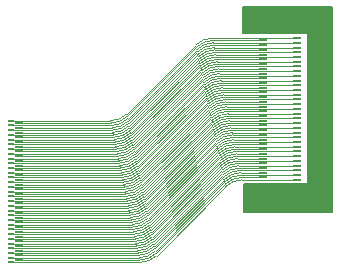
<source format=gtl>
%TF.GenerationSoftware,KiCad,Pcbnew,9.0.3*%
%TF.CreationDate,2025-08-09T11:02:50+03:00*%
%TF.ProjectId,EVF_extender,4556465f-6578-4746-956e-6465722e6b69,rev?*%
%TF.SameCoordinates,Original*%
%TF.FileFunction,Copper,L1,Top*%
%TF.FilePolarity,Positive*%
%FSLAX46Y46*%
G04 Gerber Fmt 4.6, Leading zero omitted, Abs format (unit mm)*
G04 Created by KiCad (PCBNEW 9.0.3) date 2025-08-09 11:02:50*
%MOMM*%
%LPD*%
G01*
G04 APERTURE LIST*
G04 Aperture macros list*
%AMFreePoly0*
4,1,9,0.275000,0.040000,0.275000,-0.040000,0.230000,-0.090000,0.200000,-0.090000,-0.200000,-0.090000,-0.275000,-0.090000,-0.275000,0.090000,0.230000,0.090000,0.275000,0.040000,0.275000,0.040000,$1*%
%AMFreePoly1*
4,1,7,0.350000,-0.090000,-0.300000,-0.090000,-0.350000,-0.040000,-0.350000,0.040000,-0.300000,0.090000,0.350000,0.090000,0.350000,-0.090000,0.350000,-0.090000,$1*%
G04 Aperture macros list end*
%TA.AperFunction,NonConductor*%
%ADD10C,0.200000*%
%TD*%
%TA.AperFunction,SMDPad,CuDef*%
%ADD11FreePoly0,0.000000*%
%TD*%
%TA.AperFunction,SMDPad,CuDef*%
%ADD12FreePoly1,0.000000*%
%TD*%
%TA.AperFunction,SMDPad,CuDef*%
%ADD13R,0.800000X0.180000*%
%TD*%
%TA.AperFunction,SMDPad,CuDef*%
%ADD14R,0.650000X0.180000*%
%TD*%
%TA.AperFunction,SMDPad,CuDef*%
%ADD15R,0.950000X0.400000*%
%TD*%
%TA.AperFunction,Conductor*%
%ADD16C,0.076000*%
%TD*%
%TA.AperFunction,Conductor*%
%ADD17C,0.100000*%
%TD*%
G04 APERTURE END LIST*
D10*
X160020000Y-86710000D02*
X152530000Y-86700000D01*
X152510086Y-84380000D01*
X158000000Y-84380000D01*
X158000000Y-71600000D01*
X152470000Y-71610000D01*
X152470000Y-69380000D01*
X160000000Y-69380000D01*
X160020000Y-86710000D01*
%TA.AperFunction,NonConductor*%
G36*
X160020000Y-86710000D02*
G01*
X152530000Y-86700000D01*
X152510086Y-84380000D01*
X158000000Y-84380000D01*
X158000000Y-71600000D01*
X152470000Y-71610000D01*
X152470000Y-69380000D01*
X160000000Y-69380000D01*
X160020000Y-86710000D01*
G37*
%TD.AperFunction*%
X152510086Y-84380000D02*
X152510000Y-84380000D01*
X152510000Y-84370000D01*
X152510086Y-84380000D01*
%TA.AperFunction,NonConductor*%
G36*
X152510086Y-84380000D02*
G01*
X152510000Y-84380000D01*
X152510000Y-84370000D01*
X152510086Y-84380000D01*
G37*
%TD.AperFunction*%
D11*
%TO.P,J4,1,Pin_1*%
%TO.N,Net-(J4-Pin_1)*%
X132850000Y-79000000D03*
D12*
%TO.P,J4,2,Pin_2*%
%TO.N,Net-(J4-Pin_2)*%
X133500000Y-79200000D03*
D11*
%TO.P,J4,3,Pin_3*%
%TO.N,Net-(J4-Pin_3)*%
X132850000Y-79400000D03*
D12*
%TO.P,J4,4,Pin_4*%
%TO.N,Net-(J4-Pin_4)*%
X133500000Y-79600000D03*
D11*
%TO.P,J4,5,Pin_5*%
%TO.N,Net-(J4-Pin_5)*%
X132850000Y-79800000D03*
D12*
%TO.P,J4,6,Pin_6*%
%TO.N,Net-(J4-Pin_6)*%
X133500000Y-80000000D03*
D11*
%TO.P,J4,7,Pin_7*%
%TO.N,Net-(J4-Pin_7)*%
X132850000Y-80200000D03*
D12*
%TO.P,J4,8,Pin_8*%
%TO.N,Net-(J4-Pin_8)*%
X133500000Y-80400000D03*
D11*
%TO.P,J4,9,Pin_9*%
%TO.N,Net-(J4-Pin_9)*%
X132850000Y-80600000D03*
D12*
%TO.P,J4,10,Pin_10*%
%TO.N,Net-(J4-Pin_10)*%
X133500000Y-80800000D03*
D11*
%TO.P,J4,11,Pin_11*%
%TO.N,Net-(J4-Pin_11)*%
X132850000Y-81000000D03*
D12*
%TO.P,J4,12,Pin_12*%
%TO.N,Net-(J4-Pin_12)*%
X133500000Y-81200000D03*
D11*
%TO.P,J4,13,Pin_13*%
%TO.N,Net-(J4-Pin_13)*%
X132850000Y-81400000D03*
D12*
%TO.P,J4,14,Pin_14*%
%TO.N,Net-(J4-Pin_14)*%
X133500000Y-81600000D03*
D11*
%TO.P,J4,15,Pin_15*%
%TO.N,Net-(J4-Pin_15)*%
X132850000Y-81800000D03*
D12*
%TO.P,J4,16,Pin_16*%
%TO.N,Net-(J4-Pin_16)*%
X133500000Y-82000000D03*
D11*
%TO.P,J4,17,Pin_17*%
%TO.N,Net-(J4-Pin_17)*%
X132850000Y-82200000D03*
D12*
%TO.P,J4,18,Pin_18*%
%TO.N,Net-(J4-Pin_18)*%
X133500000Y-82400000D03*
D11*
%TO.P,J4,19,Pin_19*%
%TO.N,Net-(J4-Pin_19)*%
X132850000Y-82600000D03*
D12*
%TO.P,J4,20,Pin_20*%
%TO.N,Net-(J4-Pin_20)*%
X133500000Y-82800000D03*
D11*
%TO.P,J4,21,Pin_21*%
%TO.N,Net-(J4-Pin_21)*%
X132850000Y-83000000D03*
D12*
%TO.P,J4,22,Pin_22*%
%TO.N,Net-(J4-Pin_22)*%
X133500000Y-83200000D03*
D11*
%TO.P,J4,23,Pin_23*%
%TO.N,Net-(J4-Pin_23)*%
X132850000Y-83400000D03*
D12*
%TO.P,J4,24,Pin_24*%
%TO.N,Net-(J4-Pin_24)*%
X133500000Y-83600000D03*
D11*
%TO.P,J4,25,Pin_25*%
%TO.N,Net-(J4-Pin_25)*%
X132850000Y-83800000D03*
D12*
%TO.P,J4,26,Pin_26*%
%TO.N,Net-(J4-Pin_26)*%
X133500000Y-84000000D03*
D11*
%TO.P,J4,27,Pin_27*%
%TO.N,Net-(J4-Pin_27)*%
X132850000Y-84200000D03*
D12*
%TO.P,J4,28,Pin_28*%
%TO.N,Net-(J4-Pin_28)*%
X133500000Y-84400000D03*
D11*
%TO.P,J4,29,Pin_29*%
%TO.N,Net-(J4-Pin_29)*%
X132850000Y-84600000D03*
D12*
%TO.P,J4,30,Pin_30*%
%TO.N,Net-(J4-Pin_30)*%
X133500000Y-84800000D03*
D11*
%TO.P,J4,31,Pin_31*%
%TO.N,Net-(J4-Pin_31)*%
X132850000Y-85000000D03*
D12*
%TO.P,J4,32,Pin_32*%
%TO.N,Net-(J4-Pin_32)*%
X133500000Y-85200000D03*
D11*
%TO.P,J4,33,Pin_33*%
%TO.N,Net-(J4-Pin_33)*%
X132850000Y-85400000D03*
D12*
%TO.P,J4,34,Pin_34*%
%TO.N,Net-(J4-Pin_34)*%
X133500000Y-85600000D03*
D11*
%TO.P,J4,35,Pin_35*%
%TO.N,Net-(J4-Pin_35)*%
X132850000Y-85800000D03*
D12*
%TO.P,J4,36,Pin_36*%
%TO.N,Net-(J4-Pin_36)*%
X133500000Y-86000000D03*
D11*
%TO.P,J4,37,Pin_37*%
%TO.N,Net-(J4-Pin_37)*%
X132850000Y-86200000D03*
D12*
%TO.P,J4,38,Pin_38*%
%TO.N,Net-(J4-Pin_38)*%
X133500000Y-86400000D03*
D11*
%TO.P,J4,39,Pin_39*%
%TO.N,Net-(J4-Pin_39)*%
X132850000Y-86600000D03*
D12*
%TO.P,J4,40,Pin_40*%
%TO.N,Net-(J4-Pin_40)*%
X133500000Y-86800000D03*
D11*
%TO.P,J4,41,Pin_41*%
%TO.N,Net-(J4-Pin_41)*%
X132850000Y-87000000D03*
D12*
%TO.P,J4,42,Pin_42*%
%TO.N,Net-(J4-Pin_42)*%
X133500000Y-87200000D03*
D11*
%TO.P,J4,43,Pin_43*%
%TO.N,Net-(J4-Pin_43)*%
X132850000Y-87400000D03*
D12*
%TO.P,J4,44,Pin_44*%
%TO.N,Net-(J4-Pin_44)*%
X133500000Y-87600000D03*
D11*
%TO.P,J4,45,Pin_45*%
%TO.N,Net-(J4-Pin_45)*%
X132850000Y-87800000D03*
D12*
%TO.P,J4,46,Pin_46*%
%TO.N,Net-(J4-Pin_46)*%
X133500000Y-88000000D03*
D11*
%TO.P,J4,47,Pin_47*%
%TO.N,Net-(J4-Pin_47)*%
X132850000Y-88200000D03*
D12*
%TO.P,J4,48,Pin_48*%
%TO.N,Net-(J4-Pin_48)*%
X133500000Y-88400000D03*
D11*
%TO.P,J4,49,Pin_49*%
%TO.N,Net-(J4-Pin_49)*%
X132850000Y-88600000D03*
D12*
%TO.P,J4,50,Pin_50*%
%TO.N,Net-(J4-Pin_50)*%
X133500000Y-88800000D03*
D11*
%TO.P,J4,51,Pin_51*%
%TO.N,Net-(J4-Pin_51)*%
X132850000Y-89000000D03*
D12*
%TO.P,J4,52,Pin_52*%
%TO.N,Net-(J4-Pin_52)*%
X133500000Y-89200000D03*
D11*
%TO.P,J4,53,Pin_53*%
%TO.N,Net-(J4-Pin_53)*%
X132850000Y-89400000D03*
D12*
%TO.P,J4,54,Pin_54*%
%TO.N,Net-(J4-Pin_54)*%
X133500000Y-89600000D03*
D11*
%TO.P,J4,55,Pin_55*%
%TO.N,Net-(J4-Pin_55)*%
X132850000Y-89800000D03*
D12*
%TO.P,J4,56,Pin_56*%
%TO.N,Net-(J4-Pin_56)*%
X133500000Y-90000000D03*
D11*
%TO.P,J4,57,Pin_57*%
%TO.N,Net-(J4-Pin_57)*%
X132850000Y-90200000D03*
D12*
%TO.P,J4,58,Pin_58*%
%TO.N,Net-(J4-Pin_58)*%
X133500000Y-90400000D03*
D11*
%TO.P,J4,59,Pin_59*%
%TO.N,Net-(J4-Pin_59)*%
X132850000Y-90600000D03*
D12*
%TO.P,J4,60,Pin_60*%
%TO.N,Net-(J4-Pin_60)*%
X133500000Y-90800000D03*
D11*
%TO.P,J4,61,Pin_61*%
%TO.N,Net-(J4-Pin_61)*%
X132850000Y-91000000D03*
%TD*%
D13*
%TO.P,J3,1,1*%
%TO.N,Net-(J4-Pin_61)*%
X157010000Y-84000000D03*
D14*
%TO.P,J3,2,2*%
%TO.N,Net-(J4-Pin_60)*%
X154135000Y-83800000D03*
D13*
%TO.P,J3,3,3*%
%TO.N,Net-(J4-Pin_59)*%
X157010000Y-83600000D03*
D14*
%TO.P,J3,4,4*%
%TO.N,Net-(J4-Pin_58)*%
X154135000Y-83400000D03*
D13*
%TO.P,J3,5,5*%
%TO.N,Net-(J4-Pin_57)*%
X157010000Y-83200000D03*
D14*
%TO.P,J3,6,6*%
%TO.N,Net-(J4-Pin_56)*%
X154135000Y-83000000D03*
D13*
%TO.P,J3,7,7*%
%TO.N,Net-(J4-Pin_55)*%
X157010000Y-82800000D03*
D14*
%TO.P,J3,8,8*%
%TO.N,Net-(J4-Pin_54)*%
X154135000Y-82600000D03*
D13*
%TO.P,J3,9,9*%
%TO.N,Net-(J4-Pin_53)*%
X157010000Y-82400000D03*
D14*
%TO.P,J3,10,10*%
%TO.N,Net-(J4-Pin_52)*%
X154135000Y-82200000D03*
D13*
%TO.P,J3,11,11*%
%TO.N,Net-(J4-Pin_51)*%
X157010000Y-82000000D03*
D14*
%TO.P,J3,12,12*%
%TO.N,Net-(J4-Pin_50)*%
X154135000Y-81800000D03*
D13*
%TO.P,J3,13,13*%
%TO.N,Net-(J4-Pin_49)*%
X157010000Y-81600000D03*
D14*
%TO.P,J3,14,14*%
%TO.N,Net-(J4-Pin_48)*%
X154135000Y-81400000D03*
D13*
%TO.P,J3,15,15*%
%TO.N,Net-(J4-Pin_47)*%
X157010000Y-81200000D03*
D14*
%TO.P,J3,16,16*%
%TO.N,Net-(J4-Pin_46)*%
X154135000Y-81000000D03*
D13*
%TO.P,J3,17,17*%
%TO.N,Net-(J4-Pin_45)*%
X157010000Y-80800000D03*
D14*
%TO.P,J3,18,18*%
%TO.N,Net-(J4-Pin_44)*%
X154135000Y-80600000D03*
D13*
%TO.P,J3,19,19*%
%TO.N,Net-(J4-Pin_43)*%
X157010000Y-80400000D03*
D14*
%TO.P,J3,20,20*%
%TO.N,Net-(J4-Pin_42)*%
X154135000Y-80200000D03*
D13*
%TO.P,J3,21,21*%
%TO.N,Net-(J4-Pin_41)*%
X157010000Y-80000000D03*
D14*
%TO.P,J3,22,22*%
%TO.N,Net-(J4-Pin_40)*%
X154135000Y-79800000D03*
D13*
%TO.P,J3,23,23*%
%TO.N,Net-(J4-Pin_39)*%
X157010000Y-79600000D03*
D14*
%TO.P,J3,24,24*%
%TO.N,Net-(J4-Pin_38)*%
X154135000Y-79400000D03*
D13*
%TO.P,J3,25,25*%
%TO.N,Net-(J4-Pin_37)*%
X157010000Y-79200000D03*
D14*
%TO.P,J3,26,26*%
%TO.N,Net-(J4-Pin_36)*%
X154135000Y-79000000D03*
D13*
%TO.P,J3,27,27*%
%TO.N,Net-(J4-Pin_35)*%
X157010000Y-78800000D03*
D14*
%TO.P,J3,28,28*%
%TO.N,Net-(J4-Pin_34)*%
X154135000Y-78600000D03*
D13*
%TO.P,J3,29,29*%
%TO.N,Net-(J4-Pin_33)*%
X157010000Y-78400000D03*
D14*
%TO.P,J3,30,30*%
%TO.N,Net-(J4-Pin_32)*%
X154135000Y-78200000D03*
D13*
%TO.P,J3,31,31*%
%TO.N,Net-(J4-Pin_31)*%
X157010000Y-78000000D03*
D14*
%TO.P,J3,32,32*%
%TO.N,Net-(J4-Pin_30)*%
X154135000Y-77800000D03*
D13*
%TO.P,J3,33,33*%
%TO.N,Net-(J4-Pin_29)*%
X157010000Y-77600000D03*
D14*
%TO.P,J3,34,34*%
%TO.N,Net-(J4-Pin_28)*%
X154135000Y-77400000D03*
D13*
%TO.P,J3,35,35*%
%TO.N,Net-(J4-Pin_27)*%
X157010000Y-77200000D03*
D14*
%TO.P,J3,36,36*%
%TO.N,Net-(J4-Pin_26)*%
X154135000Y-77000000D03*
D13*
%TO.P,J3,37,37*%
%TO.N,Net-(J4-Pin_25)*%
X157010000Y-76800000D03*
D14*
%TO.P,J3,38,38*%
%TO.N,Net-(J4-Pin_24)*%
X154135000Y-76600000D03*
D13*
%TO.P,J3,39,39*%
%TO.N,Net-(J4-Pin_23)*%
X157010000Y-76400000D03*
D14*
%TO.P,J3,40,40*%
%TO.N,Net-(J4-Pin_22)*%
X154135000Y-76200000D03*
D13*
%TO.P,J3,41,41*%
%TO.N,Net-(J4-Pin_21)*%
X157010000Y-76000000D03*
D14*
%TO.P,J3,42,42*%
%TO.N,Net-(J4-Pin_20)*%
X154135000Y-75800000D03*
D13*
%TO.P,J3,43,43*%
%TO.N,Net-(J4-Pin_19)*%
X157010000Y-75600000D03*
D14*
%TO.P,J3,44,44*%
%TO.N,Net-(J4-Pin_18)*%
X154135000Y-75400000D03*
D13*
%TO.P,J3,45,45*%
%TO.N,Net-(J4-Pin_17)*%
X157010000Y-75200000D03*
D14*
%TO.P,J3,46,46*%
%TO.N,Net-(J4-Pin_16)*%
X154135000Y-75000000D03*
D13*
%TO.P,J3,47,47*%
%TO.N,Net-(J4-Pin_15)*%
X157010000Y-74800000D03*
D14*
%TO.P,J3,48,48*%
%TO.N,Net-(J4-Pin_14)*%
X154135000Y-74600000D03*
D13*
%TO.P,J3,49,49*%
%TO.N,Net-(J4-Pin_13)*%
X157010000Y-74400000D03*
D14*
%TO.P,J3,50,50*%
%TO.N,Net-(J4-Pin_12)*%
X154135000Y-74200000D03*
D13*
%TO.P,J3,51,51*%
%TO.N,Net-(J4-Pin_11)*%
X157010000Y-74000000D03*
D14*
%TO.P,J3,52,52*%
%TO.N,Net-(J4-Pin_10)*%
X154135000Y-73800000D03*
D13*
%TO.P,J3,53,53*%
%TO.N,Net-(J4-Pin_9)*%
X157010000Y-73600000D03*
D14*
%TO.P,J3,54,54*%
%TO.N,Net-(J4-Pin_8)*%
X154135000Y-73400000D03*
D13*
%TO.P,J3,55,55*%
%TO.N,Net-(J4-Pin_7)*%
X157010000Y-73200000D03*
D14*
%TO.P,J3,56,56*%
%TO.N,Net-(J4-Pin_6)*%
X154135000Y-73000000D03*
D13*
%TO.P,J3,57,57*%
%TO.N,Net-(J4-Pin_5)*%
X157010000Y-72800000D03*
D14*
%TO.P,J3,58,58*%
%TO.N,Net-(J4-Pin_4)*%
X154135000Y-72600000D03*
D13*
%TO.P,J3,59,59*%
%TO.N,Net-(J4-Pin_3)*%
X157010000Y-72400000D03*
D14*
%TO.P,J3,60,60*%
%TO.N,Net-(J4-Pin_2)*%
X154135000Y-72200000D03*
D13*
%TO.P,J3,61,61*%
%TO.N,Net-(J4-Pin_1)*%
X157010000Y-72000000D03*
D15*
%TO.P,J3,SH*%
%TO.N,N/C*%
X156735000Y-84700000D03*
X156735000Y-71300000D03*
%TD*%
D16*
%TO.N,Net-(J4-Pin_19)*%
X132850000Y-82600000D02*
X134100000Y-82600000D01*
X157010000Y-75600000D02*
X153500000Y-75600000D01*
D17*
X134100000Y-82600000D02*
X141965693Y-82600000D01*
X150622547Y-75600000D02*
X153500000Y-75600000D01*
X143379907Y-82014213D02*
X149208334Y-76185786D01*
X150622547Y-75600000D02*
G75*
G03*
X149208310Y-76185762I-47J-2000000D01*
G01*
X143379907Y-82014213D02*
G75*
G02*
X141965693Y-82599995I-1414207J1414213D01*
G01*
%TO.N,Net-(J4-Pin_47)*%
X134100000Y-88200000D02*
X143136933Y-88200000D01*
X151793787Y-81200000D02*
X153495000Y-81200000D01*
D16*
X132850000Y-88200000D02*
X134100000Y-88200000D01*
X154675000Y-81200000D02*
X153495000Y-81200000D01*
D17*
X144551147Y-87614213D02*
X150379574Y-81785786D01*
X157010000Y-81200000D02*
X154675000Y-81200000D01*
X144551147Y-87614213D02*
G75*
G02*
X143136933Y-88200023I-1414247J1414213D01*
G01*
X151793787Y-81200000D02*
G75*
G03*
X150379580Y-81785792I13J-2000000D01*
G01*
%TO.N,Net-(J4-Pin_10)*%
X150246077Y-73800000D02*
X154135000Y-73800000D01*
X143003437Y-80214213D02*
X148831864Y-74385786D01*
X133500000Y-80800000D02*
X141589223Y-80800000D01*
X150246077Y-73800000D02*
G75*
G03*
X148831875Y-74385797I23J-2000000D01*
G01*
X143003437Y-80214213D02*
G75*
G02*
X141589223Y-80800016I-1414237J1414213D01*
G01*
%TO.N,Net-(J4-Pin_22)*%
X143505397Y-82614213D02*
X149333824Y-76785786D01*
X150748037Y-76200000D02*
X154135000Y-76200000D01*
X133500000Y-83200000D02*
X142091183Y-83200000D01*
X142091183Y-83200000D02*
G75*
G03*
X143505406Y-82614222I17J2000000D01*
G01*
X150748037Y-76200000D02*
G75*
G03*
X149333805Y-76785767I-37J-2000000D01*
G01*
%TO.N,Net-(J4-Pin_23)*%
X134100000Y-83400000D02*
X142133013Y-83400000D01*
X143547227Y-82814213D02*
X149375654Y-76985786D01*
D16*
X157010000Y-76400000D02*
X153500000Y-76400000D01*
D17*
X150789867Y-76400000D02*
X153500000Y-76400000D01*
D16*
X132850000Y-83400000D02*
X134100000Y-83400000D01*
D17*
X142133013Y-83400000D02*
G75*
G03*
X143547221Y-82814207I-13J2000000D01*
G01*
X150789867Y-76400000D02*
G75*
G03*
X149375670Y-76985802I33J-2000000D01*
G01*
%TO.N,Net-(J4-Pin_15)*%
X150455227Y-74800000D02*
X153500000Y-74800000D01*
X143212587Y-81214213D02*
X149041014Y-75385786D01*
X134100000Y-81800000D02*
X141798373Y-81800000D01*
D16*
X157010000Y-74800000D02*
X153500000Y-74800000D01*
X132850000Y-81800000D02*
X134100000Y-81800000D01*
D17*
X141798373Y-81800000D02*
G75*
G03*
X143212601Y-81214227I27J2000000D01*
G01*
X150455227Y-74800000D02*
G75*
G03*
X149041000Y-75385772I-27J-2000000D01*
G01*
%TO.N,Net-(J4-Pin_46)*%
X151751957Y-81000000D02*
X154135000Y-81000000D01*
X133500000Y-88000000D02*
X143095103Y-88000000D01*
X144509317Y-87414213D02*
X150337744Y-81585786D01*
X151751957Y-81000000D02*
G75*
G03*
X150337765Y-81585807I43J-2000000D01*
G01*
X143095103Y-88000000D02*
G75*
G03*
X144509316Y-87414212I-3J2000000D01*
G01*
%TO.N,Net-(J4-Pin_55)*%
X144885787Y-89214213D02*
X150714214Y-83385786D01*
X134100000Y-89800000D02*
X143471573Y-89800000D01*
D16*
X154675000Y-82800000D02*
X153495000Y-82800000D01*
D17*
X152128427Y-82800000D02*
X153495000Y-82800000D01*
D16*
X132850000Y-89800000D02*
X134100000Y-89800000D01*
D17*
X157010000Y-82800000D02*
X154675000Y-82800000D01*
X143471573Y-89800000D02*
G75*
G03*
X144885801Y-89214227I27J2000000D01*
G01*
X150714214Y-83385786D02*
G75*
G02*
X152128427Y-82800019I1414186J-1414214D01*
G01*
%TO.N,Net-(J4-Pin_25)*%
X143630887Y-83214213D02*
X149459314Y-77385786D01*
D16*
X157010000Y-76800000D02*
X153500000Y-76800000D01*
D17*
X150873527Y-76800000D02*
X153500000Y-76800000D01*
X134100000Y-83800000D02*
X142216673Y-83800000D01*
D16*
X132850000Y-83800000D02*
X134100000Y-83800000D01*
D17*
X143630887Y-83214213D02*
G75*
G02*
X142216673Y-83799981I-1414187J1414213D01*
G01*
X149459314Y-77385786D02*
G75*
G02*
X150873527Y-76800019I1414186J-1414214D01*
G01*
%TO.N,Net-(J4-Pin_51)*%
X151961107Y-82000000D02*
X153495000Y-82000000D01*
X144718467Y-88414213D02*
X150546894Y-82585786D01*
X134100000Y-89000000D02*
X143304253Y-89000000D01*
D16*
X154675000Y-82000000D02*
X153495000Y-82000000D01*
X132850000Y-89000000D02*
X134100000Y-89000000D01*
D17*
X157010000Y-82000000D02*
X154675000Y-82000000D01*
X143304253Y-89000000D02*
G75*
G03*
X144718491Y-88414237I47J2000000D01*
G01*
X150546894Y-82585786D02*
G75*
G02*
X151961107Y-82000005I1414206J-1414214D01*
G01*
%TO.N,Net-(J4-Pin_6)*%
X133500000Y-80000000D02*
X141421903Y-80000000D01*
X142836117Y-79414213D02*
X142837617Y-79414213D01*
X154135000Y-73000000D02*
X150080257Y-73000000D01*
X148666043Y-73585787D02*
X142866617Y-79385213D01*
X150080257Y-73000000D02*
G75*
G03*
X148666064Y-73585808I43J-2000000D01*
G01*
X141421903Y-80000000D02*
G75*
G03*
X142836116Y-79414212I-3J2000000D01*
G01*
D16*
%TO.N,Net-(J4-Pin_33)*%
X157009000Y-78399000D02*
X153501000Y-78399000D01*
X132850000Y-85400000D02*
X134100000Y-85400000D01*
D17*
X143965527Y-84814213D02*
X149794954Y-78984786D01*
D16*
X153501000Y-78399000D02*
X153500000Y-78400000D01*
X157010000Y-78400000D02*
X157009000Y-78399000D01*
D17*
X151209167Y-78399000D02*
X153501000Y-78399000D01*
X134100000Y-85400000D02*
X142551313Y-85400000D01*
X149794954Y-78984786D02*
G75*
G02*
X151209167Y-78398977I1414246J-1414214D01*
G01*
X143965527Y-84814213D02*
G75*
G02*
X142551313Y-85400009I-1414227J1414213D01*
G01*
%TO.N,Net-(J4-Pin_11)*%
X150287907Y-74000000D02*
X153500000Y-74000000D01*
D16*
X157010000Y-74000000D02*
X153500000Y-74000000D01*
D17*
X134100000Y-81000000D02*
X141631053Y-81000000D01*
D16*
X132850000Y-81000000D02*
X134100000Y-81000000D01*
D17*
X143045267Y-80414213D02*
X148873694Y-74585786D01*
X141631053Y-81000000D02*
G75*
G03*
X143045291Y-80414237I47J2000000D01*
G01*
X150287907Y-74000000D02*
G75*
G03*
X148873690Y-74585782I-7J-2000000D01*
G01*
%TO.N,Net-(J4-Pin_24)*%
X143589057Y-83014213D02*
X149417484Y-77185786D01*
X133500000Y-83600000D02*
X142174843Y-83600000D01*
X150831697Y-76600000D02*
X154135000Y-76600000D01*
X142174843Y-83600000D02*
G75*
G03*
X143589036Y-83014192I-43J2000000D01*
G01*
X150831697Y-76600000D02*
G75*
G03*
X149417485Y-77185787I3J-2000000D01*
G01*
%TO.N,Net-(J4-Pin_45)*%
X134100000Y-87800000D02*
X143053273Y-87800000D01*
X151710127Y-80800000D02*
X153495000Y-80800000D01*
X157010000Y-80800000D02*
X154675000Y-80800000D01*
X144467487Y-87214213D02*
X150295914Y-81385786D01*
D16*
X154675000Y-80800000D02*
X153495000Y-80800000D01*
X132850000Y-87800000D02*
X134100000Y-87800000D01*
D17*
X150295914Y-81385786D02*
G75*
G02*
X151710127Y-80800019I1414186J-1414214D01*
G01*
X144467487Y-87214213D02*
G75*
G02*
X143053273Y-87799981I-1414187J1414213D01*
G01*
%TO.N,Net-(J4-Pin_58)*%
X152258427Y-83400000D02*
X154135000Y-83400000D01*
X145015787Y-89814213D02*
X150844214Y-83985786D01*
X133500000Y-90400000D02*
X143601573Y-90400000D01*
X152258427Y-83400000D02*
G75*
G03*
X150844200Y-83985772I-27J-2000000D01*
G01*
X145015787Y-89814213D02*
G75*
G02*
X143601573Y-90399981I-1414187J1414213D01*
G01*
%TO.N,Net-(J4-Pin_53)*%
X152044767Y-82400000D02*
X153495000Y-82400000D01*
X144802127Y-88814213D02*
X150630554Y-82985786D01*
D16*
X132850000Y-89400000D02*
X134100000Y-89400000D01*
X154675000Y-82400000D02*
X153495000Y-82400000D01*
D17*
X134100000Y-89400000D02*
X143387913Y-89400000D01*
X157010000Y-82400000D02*
X154675000Y-82400000D01*
X144802127Y-88814213D02*
G75*
G02*
X143387913Y-89400009I-1414227J1414213D01*
G01*
X150630554Y-82985786D02*
G75*
G02*
X152044767Y-82399977I1414246J-1414214D01*
G01*
D16*
%TO.N,Net-(J4-Pin_41)*%
X132850000Y-87000000D02*
X134100000Y-87000000D01*
D17*
X144300167Y-86414213D02*
X150128594Y-80585786D01*
D16*
X154675000Y-80000000D02*
X153495000Y-80000000D01*
D17*
X157010000Y-80000000D02*
X154675000Y-80000000D01*
X134100000Y-87000000D02*
X142885953Y-87000000D01*
X151542807Y-80000000D02*
X153495000Y-80000000D01*
X150128594Y-80585786D02*
G75*
G02*
X151542807Y-80000005I1414206J-1414214D01*
G01*
X144300167Y-86414213D02*
G75*
G02*
X142885953Y-86999967I-1414167J1414213D01*
G01*
%TO.N,Net-(J4-Pin_49)*%
X157010000Y-81600000D02*
X154675000Y-81600000D01*
D16*
X154675000Y-81600000D02*
X153495000Y-81600000D01*
X132850000Y-88600000D02*
X134100000Y-88600000D01*
D17*
X151877447Y-81600000D02*
X153495000Y-81600000D01*
X144634807Y-88014213D02*
X150463234Y-82185786D01*
X134100000Y-88600000D02*
X143220593Y-88600000D01*
X150463234Y-82185786D02*
G75*
G02*
X151877447Y-81600033I1414166J-1414214D01*
G01*
X143220593Y-88600000D02*
G75*
G03*
X144634811Y-88014217I7J2000000D01*
G01*
%TO.N,Net-(J4-Pin_20)*%
X133500000Y-82800000D02*
X142007523Y-82800000D01*
X143421737Y-82214213D02*
X149250164Y-76385786D01*
X150664377Y-75800000D02*
X154135000Y-75800000D01*
X143421737Y-82214213D02*
G75*
G02*
X142007523Y-82800016I-1414237J1414213D01*
G01*
X150664377Y-75800000D02*
G75*
G03*
X149250175Y-76385797I23J-2000000D01*
G01*
%TO.N,Net-(J4-Pin_60)*%
X145099448Y-90214213D02*
X150927873Y-84385787D01*
X152342087Y-83800000D02*
X154135000Y-83800000D01*
X133500000Y-90800000D02*
X143685234Y-90800000D01*
X143685234Y-90800000D02*
G75*
G03*
X145099431Y-90214196I-34J2000000D01*
G01*
X150927873Y-84385787D02*
G75*
G02*
X152342087Y-83799991I1414227J-1414213D01*
G01*
%TO.N,Net-(J4-Pin_52)*%
X152002937Y-82200000D02*
X154135000Y-82200000D01*
X144760297Y-88614213D02*
X150588724Y-82785786D01*
X133500000Y-89200000D02*
X143346083Y-89200000D01*
X150588724Y-82785786D02*
G75*
G02*
X152002937Y-82200026I1414176J-1414214D01*
G01*
X143346083Y-89200000D02*
G75*
G03*
X144760306Y-88614222I17J2000000D01*
G01*
%TO.N,Net-(J4-Pin_14)*%
X150413397Y-74600000D02*
X154135000Y-74600000D01*
X143170757Y-81014213D02*
X148999184Y-75185786D01*
X133500000Y-81600000D02*
X141756543Y-81600000D01*
X143170757Y-81014213D02*
G75*
G02*
X141756543Y-81600030I-1414257J1414213D01*
G01*
X150413397Y-74600000D02*
G75*
G03*
X148999185Y-75185787I3J-2000000D01*
G01*
D16*
%TO.N,Net-(J4-Pin_1)*%
X132850000Y-79000000D02*
X134100000Y-79000000D01*
D17*
X134100000Y-79000000D02*
X141216083Y-79000000D01*
X149872937Y-72000000D02*
X153465000Y-72000000D01*
X142630297Y-78414213D02*
X148458724Y-72585786D01*
X157010000Y-72000000D02*
X154660000Y-72000000D01*
D16*
X154675000Y-72000000D02*
X153465000Y-72000000D01*
D17*
X141216083Y-79000000D02*
G75*
G03*
X142630306Y-78414222I17J2000000D01*
G01*
X149872937Y-72000000D02*
G75*
G03*
X148458705Y-72585767I-37J-2000000D01*
G01*
%TO.N,Net-(J4-Pin_56)*%
X133500000Y-90000000D02*
X143513403Y-90000000D01*
X144927617Y-89414213D02*
X150756044Y-83585786D01*
X152170257Y-83000000D02*
X154135000Y-83000000D01*
X150756044Y-83585786D02*
G75*
G02*
X152170257Y-82999970I1414256J-1414214D01*
G01*
X143513403Y-90000000D02*
G75*
G03*
X144927616Y-89414212I-3J2000000D01*
G01*
%TO.N,Net-(J4-Pin_17)*%
X150538887Y-75200000D02*
X153500000Y-75200000D01*
D16*
X157010000Y-75200000D02*
X153500000Y-75200000D01*
D17*
X143296247Y-81614213D02*
X149124674Y-75785786D01*
D16*
X132850000Y-82200000D02*
X134100000Y-82200000D01*
D17*
X134100000Y-82200000D02*
X141882033Y-82200000D01*
X143296247Y-81614213D02*
G75*
G02*
X141882033Y-82200023I-1414247J1414213D01*
G01*
X149124674Y-75785786D02*
G75*
G02*
X150538887Y-75199991I1414226J-1414214D01*
G01*
D16*
%TO.N,Net-(J4-Pin_43)*%
X154675000Y-80400000D02*
X153495000Y-80400000D01*
D17*
X151626467Y-80400000D02*
X153495000Y-80400000D01*
X144383827Y-86814213D02*
X150212254Y-80985786D01*
D16*
X132850000Y-87400000D02*
X134100000Y-87400000D01*
D17*
X134100000Y-87400000D02*
X142969613Y-87400000D01*
X157010000Y-80400000D02*
X154675000Y-80400000D01*
X151626467Y-80400000D02*
G75*
G03*
X150212270Y-80985802I33J-2000000D01*
G01*
X144383827Y-86814213D02*
G75*
G02*
X142969613Y-87400009I-1414227J1414213D01*
G01*
%TO.N,Net-(J4-Pin_30)*%
X143840037Y-84214213D02*
X149668464Y-78385786D01*
X151082677Y-77800000D02*
X154135000Y-77800000D01*
X133500000Y-84800000D02*
X142425823Y-84800000D01*
X151082677Y-77800000D02*
G75*
G03*
X149668475Y-78385797I23J-2000000D01*
G01*
X143840037Y-84214213D02*
G75*
G02*
X142425823Y-84800016I-1414237J1414213D01*
G01*
D16*
%TO.N,Net-(J4-Pin_39)*%
X132850000Y-86600000D02*
X134100000Y-86600000D01*
D17*
X144216507Y-86014213D02*
X150044934Y-80185786D01*
X134100000Y-86600000D02*
X142802293Y-86600000D01*
D16*
X154675000Y-79600000D02*
X153495000Y-79600000D01*
D17*
X157010000Y-79600000D02*
X154675000Y-79600000D01*
X151459147Y-79600000D02*
X153495000Y-79600000D01*
X150044934Y-80185786D02*
G75*
G02*
X151459147Y-79600033I1414166J-1414214D01*
G01*
X144216507Y-86014213D02*
G75*
G02*
X142802293Y-86599995I-1414207J1414213D01*
G01*
D16*
%TO.N,Net-(J4-Pin_57)*%
X132850000Y-90200000D02*
X134100000Y-90200000D01*
D17*
X134100000Y-90200000D02*
X143555234Y-90200000D01*
X144969448Y-89614213D02*
X150797873Y-83785787D01*
X157010000Y-83200000D02*
X154675000Y-83200000D01*
D16*
X154675000Y-83200000D02*
X153495000Y-83200000D01*
D17*
X152212087Y-83200000D02*
X153495000Y-83200000D01*
X143555234Y-90200000D02*
G75*
G03*
X144969431Y-89614196I-34J2000000D01*
G01*
X152212087Y-83200000D02*
G75*
G03*
X150797879Y-83785793I13J-2000000D01*
G01*
%TO.N,Net-(J4-Pin_27)*%
X150957187Y-77200000D02*
X153500000Y-77200000D01*
X134100000Y-84200000D02*
X142300333Y-84200000D01*
D16*
X157010000Y-77200000D02*
X153500000Y-77200000D01*
D17*
X143714547Y-83614213D02*
X149542974Y-77785786D01*
D16*
X132850000Y-84200000D02*
X134100000Y-84200000D01*
D17*
X150957187Y-77200000D02*
G75*
G03*
X149542980Y-77785792I13J-2000000D01*
G01*
X143714547Y-83614213D02*
G75*
G02*
X142300333Y-84200023I-1414247J1414213D01*
G01*
%TO.N,Net-(J4-Pin_42)*%
X144341997Y-86614213D02*
X150170424Y-80785786D01*
X151584637Y-80200000D02*
X154135000Y-80200000D01*
X133500000Y-87200000D02*
X142927783Y-87200000D01*
X150170424Y-80785786D02*
G75*
G02*
X151584637Y-80200026I1414176J-1414214D01*
G01*
X144341997Y-86614213D02*
G75*
G02*
X142927783Y-87199988I-1414197J1414213D01*
G01*
%TO.N,Net-(J4-Pin_13)*%
X143128927Y-80814213D02*
X148957354Y-74985786D01*
D16*
X132850000Y-81400000D02*
X134100000Y-81400000D01*
D17*
X134100000Y-81400000D02*
X141714713Y-81400000D01*
D16*
X157010000Y-74400000D02*
X153500000Y-74400000D01*
D17*
X150371567Y-74400000D02*
X153500000Y-74400000D01*
X150371567Y-74400000D02*
G75*
G03*
X148957370Y-74985802I33J-2000000D01*
G01*
X143128927Y-80814213D02*
G75*
G02*
X141714713Y-81400009I-1414227J1414213D01*
G01*
%TO.N,Net-(J4-Pin_50)*%
X133500000Y-88800000D02*
X143262423Y-88800000D01*
X144676637Y-88214213D02*
X150505064Y-82385786D01*
X151919277Y-81800000D02*
X154135000Y-81800000D01*
X143262423Y-88800000D02*
G75*
G03*
X144676626Y-88214202I-23J2000000D01*
G01*
X151919277Y-81800000D02*
G75*
G03*
X150505075Y-82385797I23J-2000000D01*
G01*
%TO.N,Net-(J4-Pin_9)*%
X150204247Y-73600000D02*
X153500000Y-73600000D01*
D16*
X132850000Y-80600000D02*
X134100000Y-80600000D01*
D17*
X134100000Y-80600000D02*
X141547393Y-80600000D01*
X142961607Y-80014213D02*
X148790034Y-74185786D01*
D16*
X157010000Y-73600000D02*
X153500000Y-73600000D01*
D17*
X141547393Y-80600000D02*
G75*
G03*
X142961611Y-80014217I7J2000000D01*
G01*
X150204247Y-73600000D02*
G75*
G03*
X148790010Y-74185762I-47J-2000000D01*
G01*
%TO.N,Net-(J4-Pin_35)*%
X151291827Y-78800000D02*
X153500000Y-78800000D01*
D16*
X132850000Y-85800000D02*
X134100000Y-85800000D01*
D17*
X134100000Y-85800000D02*
X142634973Y-85800000D01*
X144049187Y-85214213D02*
X149877614Y-79385786D01*
D16*
X157010000Y-78800000D02*
X153500000Y-78800000D01*
D17*
X142634973Y-85800000D02*
G75*
G03*
X144049201Y-85214227I27J2000000D01*
G01*
X151291827Y-78800000D02*
G75*
G03*
X149877600Y-79385772I-27J-2000000D01*
G01*
%TO.N,Net-(J4-Pin_54)*%
X144843957Y-89014213D02*
X150672384Y-83185786D01*
X133500000Y-89600000D02*
X143429743Y-89600000D01*
X152086597Y-82600000D02*
X154135000Y-82600000D01*
X152086597Y-82600000D02*
G75*
G03*
X150672385Y-83185787I3J-2000000D01*
G01*
X143429743Y-89600000D02*
G75*
G03*
X144843936Y-89014192I-43J2000000D01*
G01*
%TO.N,Net-(J4-Pin_36)*%
X133500000Y-86000000D02*
X142676803Y-86000000D01*
X151333657Y-79000000D02*
X154135000Y-79000000D01*
X144091017Y-85414213D02*
X149919444Y-79585786D01*
X142676803Y-86000000D02*
G75*
G03*
X144091016Y-85414212I-3J2000000D01*
G01*
X151333657Y-79000000D02*
G75*
G03*
X149919465Y-79585807I43J-2000000D01*
G01*
%TO.N,Net-(J4-Pin_37)*%
X134100000Y-86200000D02*
X142718633Y-86200000D01*
X144132847Y-85614213D02*
X149961274Y-79785786D01*
X151375487Y-79200000D02*
X153490000Y-79200000D01*
D16*
X132850000Y-86200000D02*
X134100000Y-86200000D01*
X154700000Y-79200000D02*
X153490000Y-79200000D01*
D17*
X157010000Y-79200000D02*
X154700000Y-79200000D01*
X149961274Y-79785786D02*
G75*
G02*
X151375487Y-79199991I1414226J-1414214D01*
G01*
X144132847Y-85614213D02*
G75*
G02*
X142718633Y-86200023I-1414247J1414213D01*
G01*
%TO.N,Net-(J4-Pin_16)*%
X133500000Y-82000000D02*
X141840203Y-82000000D01*
X143254417Y-81414213D02*
X149082844Y-75585786D01*
X150497057Y-75000000D02*
X154135000Y-75000000D01*
X141840203Y-82000000D02*
G75*
G03*
X143254416Y-81414212I-3J2000000D01*
G01*
X150497057Y-75000000D02*
G75*
G03*
X149082865Y-75585807I43J-2000000D01*
G01*
%TO.N,Net-(J4-Pin_59)*%
X134100000Y-90600000D02*
X143643404Y-90600000D01*
X145057618Y-90014213D02*
X150886043Y-84185787D01*
D16*
X132850000Y-90600000D02*
X134100000Y-90600000D01*
D17*
X152300257Y-83600000D02*
X153495000Y-83600000D01*
D16*
X154675000Y-83600000D02*
X153495000Y-83600000D01*
D17*
X157010000Y-83600000D02*
X154675000Y-83600000D01*
X152300257Y-83600000D02*
G75*
G03*
X150886064Y-84185808I43J-2000000D01*
G01*
X143643404Y-90600000D02*
G75*
G03*
X145057616Y-90014211I-4J2000000D01*
G01*
%TO.N,Net-(J4-Pin_26)*%
X143672717Y-83414213D02*
X149501144Y-77585786D01*
X150915357Y-77000000D02*
X154135000Y-77000000D01*
X133500000Y-84000000D02*
X142258503Y-84000000D01*
X149501144Y-77585786D02*
G75*
G02*
X150915357Y-76999970I1414256J-1414214D01*
G01*
X143672717Y-83414213D02*
G75*
G02*
X142258503Y-84000002I-1414217J1414213D01*
G01*
D16*
%TO.N,Net-(J4-Pin_31)*%
X132850000Y-85000000D02*
X134100000Y-85000000D01*
D17*
X151124507Y-78000000D02*
X153540000Y-78000000D01*
D16*
X157010000Y-78000000D02*
X153540000Y-78000000D01*
D17*
X134100000Y-85000000D02*
X142467653Y-85000000D01*
D16*
X153540000Y-78000000D02*
X153500000Y-78000000D01*
D17*
X143881867Y-84414213D02*
X149710294Y-78585786D01*
X151124507Y-78000000D02*
G75*
G03*
X149710290Y-78585782I-7J-2000000D01*
G01*
X142467653Y-85000000D02*
G75*
G03*
X143881891Y-84414237I47J2000000D01*
G01*
%TO.N,Net-(J4-Pin_18)*%
X143338077Y-81814213D02*
X149166504Y-75985786D01*
X150580717Y-75400000D02*
X154135000Y-75400000D01*
X133500000Y-82400000D02*
X141923863Y-82400000D01*
X141923863Y-82400000D02*
G75*
G03*
X143338096Y-81814232I37J2000000D01*
G01*
X149166504Y-75985786D02*
G75*
G02*
X150580717Y-75400012I1414196J-1414214D01*
G01*
%TO.N,Net-(J4-Pin_38)*%
X133500000Y-86400000D02*
X142760463Y-86400000D01*
X144174677Y-85814213D02*
X150003104Y-79985786D01*
X151417317Y-79400000D02*
X154135000Y-79400000D01*
X151417317Y-79400000D02*
G75*
G03*
X150003095Y-79985777I-17J-2000000D01*
G01*
X144174677Y-85814213D02*
G75*
G02*
X142760463Y-86399974I-1414177J1414213D01*
G01*
D16*
%TO.N,Net-(J4-Pin_29)*%
X132850000Y-84600000D02*
X134100000Y-84600000D01*
D17*
X134100000Y-84600000D02*
X142383993Y-84600000D01*
X143798207Y-84014213D02*
X149626634Y-78185786D01*
X151040847Y-77600000D02*
X153500000Y-77600000D01*
D16*
X157010000Y-77600000D02*
X153500000Y-77600000D01*
D17*
X151040847Y-77600000D02*
G75*
G03*
X149626610Y-78185762I-47J-2000000D01*
G01*
X142383993Y-84600000D02*
G75*
G03*
X143798211Y-84014217I7J2000000D01*
G01*
%TO.N,Net-(J4-Pin_2)*%
X133500000Y-79200000D02*
X141257913Y-79200000D01*
X149914767Y-72200000D02*
X154135000Y-72200000D01*
X142672127Y-78614213D02*
X148500554Y-72785786D01*
X148500554Y-72785786D02*
G75*
G02*
X149914767Y-72199977I1414246J-1414214D01*
G01*
X142672127Y-78614213D02*
G75*
G02*
X141257913Y-79200009I-1414227J1414213D01*
G01*
%TO.N,Net-(J4-Pin_34)*%
X151249997Y-78600000D02*
X154135000Y-78600000D01*
X144007357Y-85014213D02*
X149835784Y-79185786D01*
X133500000Y-85600000D02*
X142593143Y-85600000D01*
X149835784Y-79185786D02*
G75*
G02*
X151249997Y-78599998I1414216J-1414214D01*
G01*
X142593143Y-85600000D02*
G75*
G03*
X144007336Y-85014192I-43J2000000D01*
G01*
%TO.N,Net-(J4-Pin_40)*%
X151500977Y-79800000D02*
X154135000Y-79800000D01*
X133500000Y-86800000D02*
X142844123Y-86800000D01*
X144258337Y-86214213D02*
X150086764Y-80385786D01*
X150086764Y-80385786D02*
G75*
G02*
X151500977Y-79799984I1414236J-1414214D01*
G01*
X142844123Y-86800000D02*
G75*
G03*
X144258326Y-86214202I-23J2000000D01*
G01*
%TO.N,Net-(J4-Pin_48)*%
X144592977Y-87814213D02*
X150421404Y-81985786D01*
X133500000Y-88400000D02*
X143178763Y-88400000D01*
X151835617Y-81400000D02*
X154135000Y-81400000D01*
X150421404Y-81985786D02*
G75*
G02*
X151835617Y-81400012I1414196J-1414214D01*
G01*
X143178763Y-88400000D02*
G75*
G03*
X144592996Y-87814232I37J2000000D01*
G01*
%TO.N,Net-(J4-Pin_21)*%
X150706207Y-76000000D02*
X153500000Y-76000000D01*
D16*
X132850000Y-83000000D02*
X134100000Y-83000000D01*
D17*
X134100000Y-83000000D02*
X142049353Y-83000000D01*
D16*
X157010000Y-76000000D02*
X153500000Y-76000000D01*
D17*
X143463567Y-82414213D02*
X149291994Y-76585786D01*
X150706207Y-76000000D02*
G75*
G03*
X149291990Y-76585782I-7J-2000000D01*
G01*
X143463567Y-82414213D02*
G75*
G02*
X142049353Y-82999967I-1414167J1414213D01*
G01*
%TO.N,Net-(J4-Pin_32)*%
X133500000Y-85200000D02*
X142509483Y-85200000D01*
X151166337Y-78200000D02*
X154135000Y-78200000D01*
X143923697Y-84614213D02*
X149752124Y-78785786D01*
X142509483Y-85200000D02*
G75*
G03*
X143923706Y-84614222I17J2000000D01*
G01*
X151166337Y-78200000D02*
G75*
G03*
X149752105Y-78785767I-37J-2000000D01*
G01*
%TO.N,Net-(J4-Pin_12)*%
X133500000Y-81200000D02*
X141672883Y-81200000D01*
X143087097Y-80614213D02*
X148915524Y-74785786D01*
X150329737Y-74200000D02*
X154135000Y-74200000D01*
X150329737Y-74200000D02*
G75*
G03*
X148915505Y-74785767I-37J-2000000D01*
G01*
X141672883Y-81200000D02*
G75*
G03*
X143087106Y-80614222I17J2000000D01*
G01*
%TO.N,Net-(J4-Pin_8)*%
X154135000Y-73400000D02*
X150162417Y-73400000D01*
X141505563Y-80400000D02*
X133500000Y-80400000D01*
X148748203Y-73985787D02*
X142919777Y-79814213D01*
X142919777Y-79814213D02*
G75*
G02*
X141505563Y-80399974I-1414177J1414213D01*
G01*
X150162417Y-73400000D02*
G75*
G03*
X148748194Y-73985778I-17J-2000000D01*
G01*
%TO.N,Net-(J4-Pin_28)*%
X150999017Y-77400000D02*
X154135000Y-77400000D01*
X133500000Y-84400000D02*
X142342163Y-84400000D01*
X143756377Y-83814213D02*
X149584804Y-77985786D01*
X143756377Y-83814213D02*
G75*
G02*
X142342163Y-84399974I-1414177J1414213D01*
G01*
X149584804Y-77985786D02*
G75*
G02*
X150999017Y-77400012I1414196J-1414214D01*
G01*
%TO.N,Net-(J4-Pin_44)*%
X144425657Y-87014213D02*
X150254084Y-81185786D01*
X133500000Y-87600000D02*
X143011443Y-87600000D01*
X151668297Y-80600000D02*
X154135000Y-80600000D01*
X151668297Y-80600000D02*
G75*
G03*
X150254085Y-81185787I3J-2000000D01*
G01*
X143011443Y-87600000D02*
G75*
G03*
X144425636Y-87014192I-43J2000000D01*
G01*
%TO.N,Net-(J4-Pin_7)*%
X142877947Y-79614213D02*
X148706372Y-73785787D01*
D16*
X154675000Y-73200000D02*
X153495000Y-73200000D01*
X134100000Y-80200000D02*
X132850000Y-80200000D01*
D17*
X150120586Y-73200000D02*
X153495000Y-73200000D01*
X134100000Y-80200000D02*
X141463733Y-80200000D01*
X157010000Y-73200000D02*
X154675000Y-73200000D01*
X142877947Y-79614213D02*
G75*
G02*
X141463733Y-80200023I-1414247J1414213D01*
G01*
X150120586Y-73200000D02*
G75*
G03*
X148706379Y-73785794I14J-2000000D01*
G01*
%TO.N,Net-(J4-Pin_61)*%
X153500000Y-84000000D02*
X152383917Y-84000000D01*
X134080000Y-91000000D02*
X143727064Y-91000000D01*
X145141278Y-90414213D02*
X150969703Y-84585787D01*
D16*
X157010000Y-84000000D02*
X153500000Y-84000000D01*
X132850000Y-91000000D02*
X134080000Y-91000000D01*
D17*
X152383917Y-84000000D02*
G75*
G03*
X150969694Y-84585778I-17J-2000000D01*
G01*
X143727064Y-91000000D02*
G75*
G03*
X145141296Y-90414231I36J2000000D01*
G01*
%TO.N,Net-(J4-Pin_4)*%
X149998427Y-72600000D02*
X154135000Y-72600000D01*
X142755787Y-79014213D02*
X148584214Y-73185786D01*
X133500000Y-79600000D02*
X141341573Y-79600000D01*
X142755787Y-79014213D02*
G75*
G02*
X141341573Y-79599981I-1414187J1414213D01*
G01*
X148584214Y-73185786D02*
G75*
G02*
X149998427Y-72600019I1414186J-1414214D01*
G01*
%TO.N,Net-(J4-Pin_3)*%
X149956597Y-72400000D02*
X153475000Y-72400000D01*
D16*
X154675000Y-72400000D02*
X153475000Y-72400000D01*
D17*
X134100000Y-79400000D02*
X141299743Y-79400000D01*
D16*
X132850000Y-79400000D02*
X134100000Y-79400000D01*
D17*
X157010000Y-72400000D02*
X154675000Y-72400000D01*
X142713957Y-78814213D02*
X148542384Y-72985786D01*
X142713957Y-78814213D02*
G75*
G02*
X141299743Y-79400030I-1414257J1414213D01*
G01*
X148542384Y-72985786D02*
G75*
G02*
X149956597Y-72399998I1414216J-1414214D01*
G01*
%TO.N,Net-(J4-Pin_5)*%
X157010000Y-72800000D02*
X154675000Y-72800000D01*
D16*
X132850000Y-79800000D02*
X134100000Y-79800000D01*
X154675000Y-72800000D02*
X153495000Y-72800000D01*
D17*
X150038427Y-72800000D02*
X153495000Y-72800000D01*
X142795787Y-79214213D02*
X148624214Y-73385786D01*
X134100000Y-79800000D02*
X141381573Y-79800000D01*
X150038427Y-72800000D02*
G75*
G03*
X148624200Y-73385772I-27J-2000000D01*
G01*
X142795787Y-79214213D02*
G75*
G02*
X141381573Y-79799981I-1414187J1414213D01*
G01*
%TD*%
M02*

</source>
